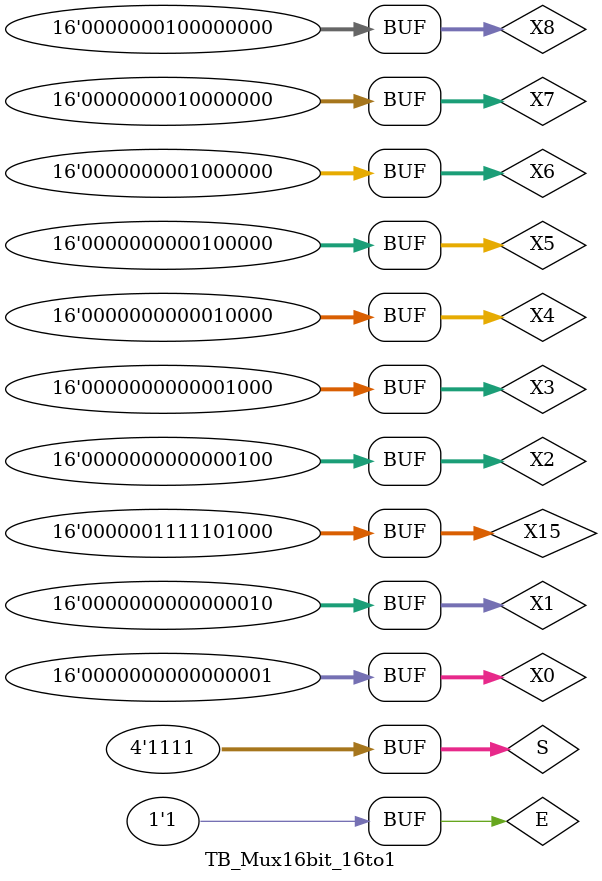
<source format=v>
`timescale 1ns / 1ps

module TB_Mux16bit_16to1();
    // inputs
    reg E;
    reg [3:0] S;
    reg [15:0] X0,X1,X2,X3,X4,X5,X6,X7,X8,X9,X10,X11,X12,X13,X14,X15;
    // outputs
    wire [15:0] Z;
    
    // 1. Instatiate Mux module
    //                               Enable,Select(3b),Input0(16b_allIO),Input1,Input2,Input3,Input4,Input5,Input6,Input7, Output
    Mux16bit_16to1       MUX1        (E,S,X0,X1,X2,X3,X4,X5,X6,X7,X8,X9,X10,X11,X12,X13,X14,X15,Z);
    
    // 2. Stimulus for test bench
    initial 
        begin
           E=1; S=0; X0=1; X1=2; X2=4; X3=8; X4=16; X5=32; X6=64; X7=128; X8=256; X15 = 1000;
        #5 E=1; S=1; X0=1; X1=2; X2=4; X3=8; X4=16; X5=32; X6=64; X7=128; X8=256; X15 = 1000;
        #5 E=1; S=2; X0=1; X1=2; X2=4; X3=8; X4=16; X5=32; X6=64; X7=128; X8=256; X15 = 1000;
        #5 E=1; S=3; X0=1; X1=2; X2=4; X3=8; X4=16; X5=32; X6=64; X7=128; X8=256; X15 = 1000;
        #5 E=1; S=4; X0=1; X1=2; X2=4; X3=8; X4=16; X5=32; X6=64; X7=128; X8=256; X15 = 1000;
        #5 E=1; S=5; X0=1; X1=2; X2=4; X3=8; X4=16; X5=32; X6=64; X7=128; X8=256; X15 = 1000;
        #5 E=1; S=6; X0=1; X1=2; X2=4; X3=8; X4=16; X5=32; X6=64; X7=128; X8=256; X15 = 1000;
        #5 E=1; S=7; X0=1; X1=2; X2=4; X3=8; X4=16; X5=32; X6=64; X7=128; X8=256; X15 = 1000;
        #5 E=1; S=7; X0=1; X1=2; X2=4; X3=8; X4=16; X5=32; X6=64; X7=128; X8=256; X15 = 1000;
        #5 E=1; S=15; X0=1; X1=2; X2=4; X3=8; X4=16; X5=32; X6=64; X7=128; X8=256; X15 = 1000;
        end
endmodule

</source>
